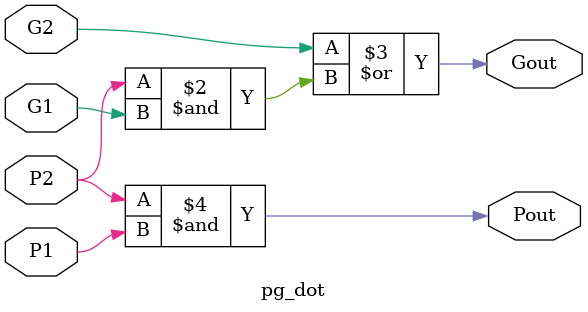
<source format=v>
module bittb
(

);
wire [15:0] Sum ;
reg [15:0] A ;
wire Cout ;
reg [15:0] B ;
reg Cin ;

initial begin
    $dumpfile("dumpfile1.vcd");
    $dumpvars(0, A[15:0], B[15:0], Cin, Sum[15:0], Cout);
    A = 0;
    B = 0;
    Cin = 0;
  end

  integer i;
  always begin
    for (i = 0; i < 20; i = i + 1) begin
      #10
      A = $random;
      B = $random;
      Cin = $random % 2;
    end
    #10
    $finish;
  end
// noconn A[15:0]
// noconn B[15:0]
// noconn Cin
// noconn Sum[15:0]
// noconn Cout
test
x1 ( 
 .a( A ),
 .sum( Sum ),
 .b( B ),
 .cout( Cout ),
 .cin( Cin )
);

endmodule

// expanding   symbol:  test.sym # of pins=5
// sym_path: /home/ee22b074/ee5311/tutorial_7/brentkung/test.sym
// sch_path: /home/ee22b074/ee5311/tutorial_7/brentkung/test.sch
module test
(
  input wire [15:0] a,
  output wire [15:0] sum,
  input wire [15:0] b,
  output wire cout,
  input wire cin
);
wire [15:0] P, G;
    
    // Generate initial P and G for each bit
    genvar i;
    generate
        for (i = 0; i < 16; i = i + 1) begin : pg_gen
            assign P[i] = a[i] ^ b[i];  // Propagate
            assign G[i] = a[i] & b[i];  // Generate
        end
    endgenerate
    
    // Stage 2: Brent-Kung prefix tree
    wire [15:0] P_level1, G_level1;
    assign P_level1 = P;
    assign G_level1 = G;
    
    // Level 2: Group of 2 bits
    wire [7:0] P_level2, G_level2;
    generate
        for (i = 0; i < 8; i = i + 1) begin : level2
            pg_dot dot2(
                .P1(P_level1[2*i]),
                .G1(G_level1[2*i]),
                .P2(P_level1[2*i+1]),
                .G2(G_level1[2*i+1]),
                .Pout(P_level2[i]),
                .Gout(G_level2[i])
            );
        end
    endgenerate
    
    // Level 3: Group of 4 bits
    wire [3:0] P_level3, G_level3;
    generate
        for (i = 0; i < 4; i = i + 1) begin : level3
            pg_dot dot3(
                .P1(P_level2[2*i]),
                .G1(G_level2[2*i]),
                .P2(P_level2[2*i+1]),
                .G2(G_level2[2*i+1]),
                .Pout(P_level3[i]),
                .Gout(G_level3[i])
            );
        end
    endgenerate
    
    // Level 4: Group of 8 bits
    wire [1:0] P_level4, G_level4;
    generate
        for (i = 0; i < 2; i = i + 1) begin : level4
            pg_dot dot4(
                .P1(P_level3[2*i]),
                .G1(G_level3[2*i]),
                .P2(P_level3[2*i+1]),
                .G2(G_level3[2*i+1]),
                .Pout(P_level4[i]),
                .Gout(G_level4[i])
            );
        end
    endgenerate
    
    // Level 5: Final carry computation (16 bits)
    wire P_level5, G_level5;
    pg_dot dot5(
        .P1(P_level4[0]),
        .G1(G_level4[0]),
        .P2(P_level4[1]),
        .G2(G_level4[1]),
        .Pout(P_level5),
        .Gout(G_level5)
    );
    
    // Carry computation
    wire [16:0] carry;
    assign carry[0] = cin;
    
    // Backward propagation of carries
    assign carry[8] = G_level4[0] | (P_level4[0] & carry[0]);
    assign carry[4] = G_level3[0] | (P_level3[0] & carry[0]);
    assign carry[12] = G_level3[2] | (P_level3[2] & carry[8]);
    assign carry[2] = G_level2[0] | (P_level2[0] & carry[0]);
    assign carry[6] = G_level2[2] | (P_level2[2] & carry[4]);
    assign carry[10] = G_level2[4] | (P_level2[4] & carry[8]);
    assign carry[14] = G_level2[6] | (P_level2[6] & carry[12]);
    
    // Generate remaining carries
    generate
        for (i = 1; i < 16; i = i + 1) begin : carry_gen
            if (i % 2 == 1) begin
                assign carry[i] = G_level1[i-1] | (P_level1[i-1] & carry[i-1]);
            end
            else if (i % 4 == 2) begin
                assign carry[i] = G_level2[i/2-1] | (P_level2[i/2-1] & carry[(i/4)*4]);
            end
            else if (i % 8 == 4) begin
                assign carry[i] = G_level3[i/4-1] | (P_level3[i/4-1] & carry[(i/8)*8]);
            end
        end
    endgenerate
    
    // Final carry out
    assign cout = G_level5 | (P_level5 & carry[0]);
    
    // Stage 3: Sum computation
    generate
        for (i = 0; i < 16; i = i + 1) begin : sum_gen
            assign sum[i] = P[i] ^ carry[i];
        end
    endgenerate
endmodule
module pg_dot(
    input P1,
    input G1,
    input P2,
    input G2,
    output Pout,
    output Gout
);
    assign Gout = G2 | (P2 & G1);
    assign Pout = P2 & P1;

// noconn a[15:0]
// noconn b[15:0]
// noconn cin
// noconn sum[15:0]
// noconn cout
endmodule

</source>
